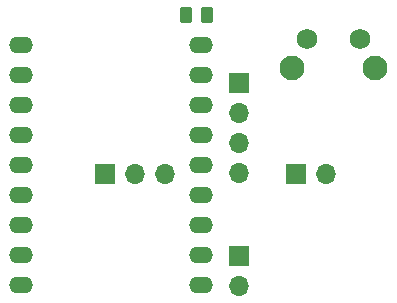
<source format=gts>
G04 #@! TF.GenerationSoftware,KiCad,Pcbnew,8.0.6*
G04 #@! TF.CreationDate,2024-11-23T11:54:57+01:00*
G04 #@! TF.ProjectId,ChristmasTreeBrain,43687269-7374-46d6-9173-547265654272,rev?*
G04 #@! TF.SameCoordinates,Original*
G04 #@! TF.FileFunction,Soldermask,Top*
G04 #@! TF.FilePolarity,Negative*
%FSLAX46Y46*%
G04 Gerber Fmt 4.6, Leading zero omitted, Abs format (unit mm)*
G04 Created by KiCad (PCBNEW 8.0.6) date 2024-11-23 11:54:57*
%MOMM*%
%LPD*%
G01*
G04 APERTURE LIST*
G04 Aperture macros list*
%AMRoundRect*
0 Rectangle with rounded corners*
0 $1 Rounding radius*
0 $2 $3 $4 $5 $6 $7 $8 $9 X,Y pos of 4 corners*
0 Add a 4 corners polygon primitive as box body*
4,1,4,$2,$3,$4,$5,$6,$7,$8,$9,$2,$3,0*
0 Add four circle primitives for the rounded corners*
1,1,$1+$1,$2,$3*
1,1,$1+$1,$4,$5*
1,1,$1+$1,$6,$7*
1,1,$1+$1,$8,$9*
0 Add four rect primitives between the rounded corners*
20,1,$1+$1,$2,$3,$4,$5,0*
20,1,$1+$1,$4,$5,$6,$7,0*
20,1,$1+$1,$6,$7,$8,$9,0*
20,1,$1+$1,$8,$9,$2,$3,0*%
G04 Aperture macros list end*
%ADD10C,2.100000*%
%ADD11C,1.750000*%
%ADD12O,2.000000X1.400000*%
%ADD13RoundRect,0.250000X0.262500X0.450000X-0.262500X0.450000X-0.262500X-0.450000X0.262500X-0.450000X0*%
%ADD14R,1.700000X1.700000*%
%ADD15O,1.700000X1.700000*%
G04 APERTURE END LIST*
D10*
X206680000Y-48150000D03*
X213690000Y-48150000D03*
D11*
X207930000Y-45660000D03*
X212430000Y-45660000D03*
D12*
X183740000Y-46240000D03*
X183740000Y-48780000D03*
X183740000Y-51320000D03*
X183740000Y-53860000D03*
X183740000Y-56400000D03*
X183740000Y-58940000D03*
X183740000Y-61480000D03*
X183740000Y-64020000D03*
X183740000Y-66560000D03*
X198980000Y-66560000D03*
X198980000Y-64020000D03*
X198980000Y-61480000D03*
X198980000Y-58940000D03*
X198980000Y-56400000D03*
X198980000Y-53860000D03*
X198980000Y-51320000D03*
X198980000Y-48780000D03*
X198980000Y-46240000D03*
D13*
X199472500Y-43700000D03*
X197647500Y-43700000D03*
D14*
X202187686Y-49392309D03*
D15*
X202187686Y-51932309D03*
X202187686Y-54472309D03*
X202187686Y-57012309D03*
D14*
X190869995Y-57080000D03*
D15*
X193409995Y-57080000D03*
X195949995Y-57080000D03*
D14*
X202187686Y-64042309D03*
D15*
X202187686Y-66582309D03*
D14*
X206964995Y-57080000D03*
D15*
X209504995Y-57080000D03*
M02*

</source>
